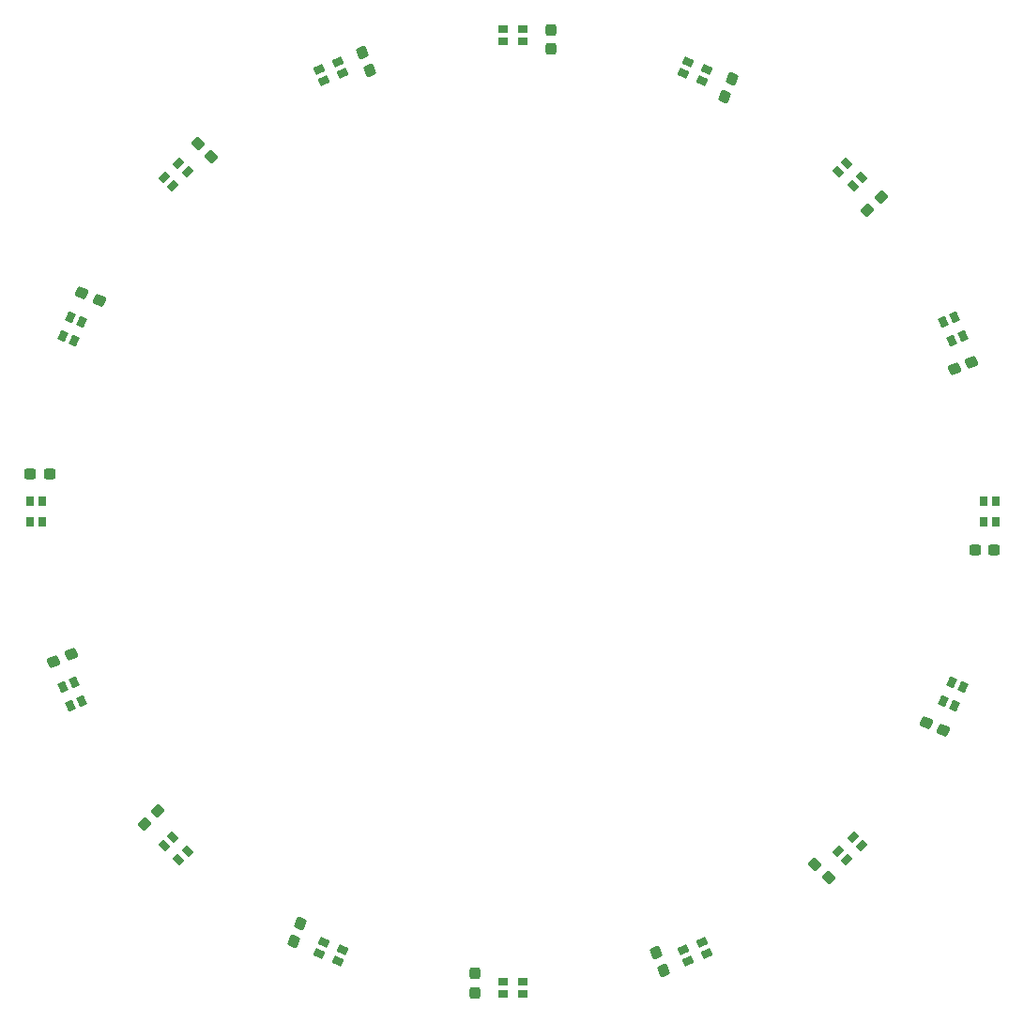
<source format=gbr>
%TF.GenerationSoftware,KiCad,Pcbnew,7.0.1*%
%TF.CreationDate,2024-02-10T23:33:58+09:00*%
%TF.ProjectId,LED_lighting_large,4c45445f-6c69-4676-9874-696e675f6c61,rev?*%
%TF.SameCoordinates,Original*%
%TF.FileFunction,Paste,Top*%
%TF.FilePolarity,Positive*%
%FSLAX46Y46*%
G04 Gerber Fmt 4.6, Leading zero omitted, Abs format (unit mm)*
G04 Created by KiCad (PCBNEW 7.0.1) date 2024-02-10 23:33:58*
%MOMM*%
%LPD*%
G01*
G04 APERTURE LIST*
G04 Aperture macros list*
%AMRoundRect*
0 Rectangle with rounded corners*
0 $1 Rounding radius*
0 $2 $3 $4 $5 $6 $7 $8 $9 X,Y pos of 4 corners*
0 Add a 4 corners polygon primitive as box body*
4,1,4,$2,$3,$4,$5,$6,$7,$8,$9,$2,$3,0*
0 Add four circle primitives for the rounded corners*
1,1,$1+$1,$2,$3*
1,1,$1+$1,$4,$5*
1,1,$1+$1,$6,$7*
1,1,$1+$1,$8,$9*
0 Add four rect primitives between the rounded corners*
20,1,$1+$1,$2,$3,$4,$5,0*
20,1,$1+$1,$4,$5,$6,$7,0*
20,1,$1+$1,$6,$7,$8,$9,0*
20,1,$1+$1,$8,$9,$2,$3,0*%
%AMRotRect*
0 Rectangle, with rotation*
0 The origin of the aperture is its center*
0 $1 length*
0 $2 width*
0 $3 Rotation angle, in degrees counterclockwise*
0 Add horizontal line*
21,1,$1,$2,0,0,$3*%
G04 Aperture macros list end*
%ADD10RoundRect,0.237500X-0.334226X0.186277X-0.104616X-0.368051X0.334226X-0.186277X0.104616X0.368051X0*%
%ADD11RoundRect,0.237500X-0.104616X0.368051X-0.334226X-0.186277X0.104616X-0.368051X0.334226X0.186277X0*%
%ADD12RoundRect,0.237500X0.380070X-0.044194X-0.044194X0.380070X-0.380070X0.044194X0.044194X-0.380070X0*%
%ADD13RotRect,0.900000X0.700000X247.500000*%
%ADD14RotRect,0.900000X0.700000X202.500000*%
%ADD15R,0.700000X0.900000*%
%ADD16RoundRect,0.237500X0.186277X0.334226X-0.368051X0.104616X-0.186277X-0.334226X0.368051X-0.104616X0*%
%ADD17RotRect,0.900000X0.700000X292.500000*%
%ADD18RotRect,0.900000X0.700000X22.500000*%
%ADD19RoundRect,0.237500X0.044194X0.380070X-0.380070X-0.044194X-0.044194X-0.380070X0.380070X0.044194X0*%
%ADD20R,0.900000X0.700000*%
%ADD21RotRect,0.900000X0.700000X315.000000*%
%ADD22RoundRect,0.237500X0.334226X-0.186277X0.104616X0.368051X-0.334226X0.186277X-0.104616X-0.368051X0*%
%ADD23RoundRect,0.237500X-0.186277X-0.334226X0.368051X-0.104616X0.186277X0.334226X-0.368051X0.104616X0*%
%ADD24RotRect,0.900000X0.700000X112.500000*%
%ADD25RoundRect,0.237500X-0.300000X-0.237500X0.300000X-0.237500X0.300000X0.237500X-0.300000X0.237500X0*%
%ADD26RotRect,0.900000X0.700000X157.500000*%
%ADD27RoundRect,0.237500X0.300000X0.237500X-0.300000X0.237500X-0.300000X-0.237500X0.300000X-0.237500X0*%
%ADD28RotRect,0.900000X0.700000X225.000000*%
%ADD29RotRect,0.900000X0.700000X337.500000*%
%ADD30RoundRect,0.237500X-0.237500X0.300000X-0.237500X-0.300000X0.237500X-0.300000X0.237500X0.300000X0*%
%ADD31RoundRect,0.237500X0.368051X0.104616X-0.186277X0.334226X-0.368051X-0.104616X0.186277X-0.334226X0*%
%ADD32RotRect,0.900000X0.700000X45.000000*%
%ADD33RoundRect,0.237500X-0.044194X-0.380070X0.380070X0.044194X0.044194X0.380070X-0.380070X-0.044194X0*%
%ADD34RoundRect,0.237500X0.104616X-0.368051X0.334226X0.186277X-0.104616X0.368051X-0.334226X-0.186277X0*%
%ADD35RoundRect,0.237500X-0.368051X-0.104616X0.186277X-0.334226X0.368051X0.104616X-0.186277X0.334226X0*%
%ADD36RotRect,0.900000X0.700000X135.000000*%
%ADD37RotRect,0.900000X0.700000X67.500000*%
%ADD38RoundRect,0.237500X-0.380070X0.044194X0.044194X-0.380070X0.380070X-0.044194X-0.044194X0.380070X0*%
%ADD39RoundRect,0.237500X0.237500X-0.300000X0.237500X0.300000X-0.237500X0.300000X-0.237500X-0.300000X0*%
G04 APERTURE END LIST*
D10*
%TO.C,C6*%
X-13592564Y41396846D03*
X-12932436Y39803154D03*
%TD*%
D11*
%TO.C,C4*%
X19800000Y39000000D03*
X19139872Y37406308D03*
%TD*%
D12*
%TO.C,C15*%
X28472380Y-33009880D03*
X27252620Y-31790120D03*
%TD*%
D13*
%TO.C,D16*%
X40585109Y-15820514D03*
X39568842Y-15399562D03*
X38868531Y-17090262D03*
X39884798Y-17511214D03*
%TD*%
D14*
%TO.C,D14*%
X17511214Y-39884798D03*
X17090262Y-38868531D03*
X15399562Y-39568842D03*
X15820514Y-40585109D03*
%TD*%
D15*
%TO.C,D1*%
X43550000Y915000D03*
X42450000Y915000D03*
X42450000Y-915000D03*
X43550000Y-915000D03*
%TD*%
D16*
%TO.C,C2*%
X41400000Y13500000D03*
X39806308Y12839872D03*
%TD*%
D17*
%TO.C,D2*%
X39884798Y17511214D03*
X38868531Y17090262D03*
X39568842Y15399562D03*
X40585109Y15820514D03*
%TD*%
D18*
%TO.C,D6*%
X-17511214Y39884798D03*
X-17090262Y38868531D03*
X-15399562Y39568842D03*
X-15820514Y40585109D03*
%TD*%
D19*
%TO.C,C3*%
X33200000Y28400000D03*
X31980240Y27180240D03*
%TD*%
D20*
%TO.C,D13*%
X915000Y-43550000D03*
X915000Y-42450000D03*
X-915000Y-42450000D03*
X-915000Y-43550000D03*
%TD*%
D21*
%TO.C,D3*%
X30147498Y31441503D03*
X29369681Y30663686D03*
X30663686Y29369681D03*
X31441503Y30147498D03*
%TD*%
D22*
%TO.C,C14*%
X13592564Y-41396846D03*
X12932436Y-39803154D03*
%TD*%
D23*
%TO.C,C10*%
X-41459346Y-13530064D03*
X-39865654Y-12869936D03*
%TD*%
D24*
%TO.C,D10*%
X-39884798Y-17511214D03*
X-38868531Y-17090262D03*
X-39568842Y-15399562D03*
X-40585109Y-15820514D03*
%TD*%
D25*
%TO.C,C9*%
X-43525000Y3400000D03*
X-41800000Y3400000D03*
%TD*%
D26*
%TO.C,D12*%
X-15820514Y-40585109D03*
X-15399562Y-39568842D03*
X-17090262Y-38868531D03*
X-17511214Y-39884798D03*
%TD*%
D27*
%TO.C,C1*%
X43400000Y-3500000D03*
X41675000Y-3500000D03*
%TD*%
D28*
%TO.C,D15*%
X31441503Y-30147498D03*
X30663686Y-29369681D03*
X29369681Y-30663686D03*
X30147498Y-31441503D03*
%TD*%
D29*
%TO.C,D4*%
X15820514Y40585109D03*
X15399562Y39568842D03*
X17090262Y38868531D03*
X17511214Y39884798D03*
%TD*%
D30*
%TO.C,C5*%
X3400000Y43462500D03*
X3400000Y41737500D03*
%TD*%
D31*
%TO.C,C16*%
X38859346Y-19730064D03*
X37265654Y-19069936D03*
%TD*%
D32*
%TO.C,D7*%
X-31441503Y30147498D03*
X-30663686Y29369681D03*
X-29369681Y30663686D03*
X-30147498Y31441503D03*
%TD*%
D33*
%TO.C,C11*%
X-33219760Y-28219760D03*
X-32000000Y-27000000D03*
%TD*%
D15*
%TO.C,D9*%
X-43550000Y-915000D03*
X-42450000Y-915000D03*
X-42450000Y915000D03*
X-43550000Y915000D03*
%TD*%
D34*
%TO.C,C12*%
X-19792564Y-38796846D03*
X-19132436Y-37203154D03*
%TD*%
D35*
%TO.C,C8*%
X-38859346Y19730064D03*
X-37265654Y19069936D03*
%TD*%
D36*
%TO.C,D11*%
X-30147498Y-31441503D03*
X-29369681Y-30663686D03*
X-30663686Y-29369681D03*
X-31441503Y-30147498D03*
%TD*%
D20*
%TO.C,D5*%
X-915000Y43550000D03*
X-915000Y42450000D03*
X915000Y42450000D03*
X915000Y43550000D03*
%TD*%
D37*
%TO.C,D8*%
X-40585109Y15820514D03*
X-39568842Y15399562D03*
X-38868531Y17090262D03*
X-39884798Y17511214D03*
%TD*%
D38*
%TO.C,C7*%
X-28409880Y33209880D03*
X-27190120Y31990120D03*
%TD*%
D39*
%TO.C,C13*%
X-3400000Y-43400000D03*
X-3400000Y-41675000D03*
%TD*%
M02*

</source>
